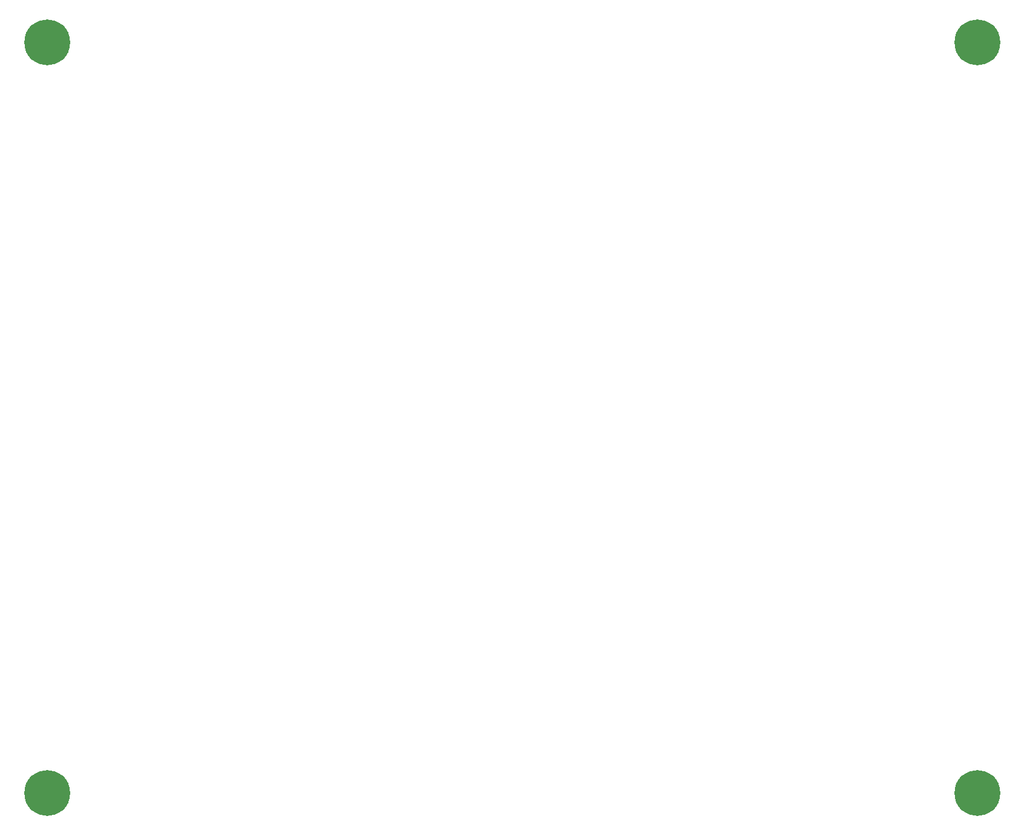
<source format=gbr>
%TF.GenerationSoftware,KiCad,Pcbnew,5.1.10-88a1d61d58~90~ubuntu20.04.1*%
%TF.CreationDate,2021-11-01T14:17:02+00:00*%
%TF.ProjectId,UFOMothership,55464f4d-6f74-4686-9572-736869702e6b,rev?*%
%TF.SameCoordinates,Original*%
%TF.FileFunction,Soldermask,Top*%
%TF.FilePolarity,Negative*%
%FSLAX46Y46*%
G04 Gerber Fmt 4.6, Leading zero omitted, Abs format (unit mm)*
G04 Created by KiCad (PCBNEW 5.1.10-88a1d61d58~90~ubuntu20.04.1) date 2021-11-01 14:17:02*
%MOMM*%
%LPD*%
G01*
G04 APERTURE LIST*
%ADD10C,6.400000*%
%ADD11C,0.800000*%
G04 APERTURE END LIST*
D10*
%TO.C,REF\u002A\u002A*%
X205000000Y-40000000D03*
D11*
X207400000Y-40000000D03*
X206697056Y-41697056D03*
X205000000Y-42400000D03*
X203302944Y-41697056D03*
X202600000Y-40000000D03*
X203302944Y-38302944D03*
X205000000Y-37600000D03*
X206697056Y-38302944D03*
%TD*%
D10*
%TO.C,REF\u002A\u002A*%
X75000000Y-40000000D03*
D11*
X77400000Y-40000000D03*
X76697056Y-41697056D03*
X75000000Y-42400000D03*
X73302944Y-41697056D03*
X72600000Y-40000000D03*
X73302944Y-38302944D03*
X75000000Y-37600000D03*
X76697056Y-38302944D03*
%TD*%
D10*
%TO.C,REF\u002A\u002A*%
X75000000Y-145000000D03*
D11*
X77400000Y-145000000D03*
X76697056Y-146697056D03*
X75000000Y-147400000D03*
X73302944Y-146697056D03*
X72600000Y-145000000D03*
X73302944Y-143302944D03*
X75000000Y-142600000D03*
X76697056Y-143302944D03*
%TD*%
%TO.C,REF\u002A\u002A*%
X206697056Y-143302944D03*
X205000000Y-142600000D03*
X203302944Y-143302944D03*
X202600000Y-145000000D03*
X203302944Y-146697056D03*
X205000000Y-147400000D03*
X206697056Y-146697056D03*
X207400000Y-145000000D03*
D10*
X205000000Y-145000000D03*
%TD*%
M02*

</source>
